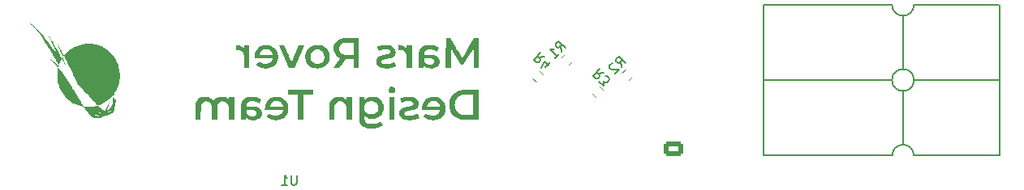
<source format=gbo>
G04 #@! TF.GenerationSoftware,KiCad,Pcbnew,(6.0.8)*
G04 #@! TF.CreationDate,2022-11-19T16:18:39-06:00*
G04 #@! TF.ProjectId,NavBoard_Hardware,4e617642-6f61-4726-945f-486172647761,rev?*
G04 #@! TF.SameCoordinates,Original*
G04 #@! TF.FileFunction,Legend,Bot*
G04 #@! TF.FilePolarity,Positive*
%FSLAX46Y46*%
G04 Gerber Fmt 4.6, Leading zero omitted, Abs format (unit mm)*
G04 Created by KiCad (PCBNEW (6.0.8)) date 2022-11-19 16:18:39*
%MOMM*%
%LPD*%
G01*
G04 APERTURE LIST*
G04 Aperture macros list*
%AMRoundRect*
0 Rectangle with rounded corners*
0 $1 Rounding radius*
0 $2 $3 $4 $5 $6 $7 $8 $9 X,Y pos of 4 corners*
0 Add a 4 corners polygon primitive as box body*
4,1,4,$2,$3,$4,$5,$6,$7,$8,$9,$2,$3,0*
0 Add four circle primitives for the rounded corners*
1,1,$1+$1,$2,$3*
1,1,$1+$1,$4,$5*
1,1,$1+$1,$6,$7*
1,1,$1+$1,$8,$9*
0 Add four rect primitives between the rounded corners*
20,1,$1+$1,$2,$3,$4,$5,0*
20,1,$1+$1,$4,$5,$6,$7,0*
20,1,$1+$1,$6,$7,$8,$9,0*
20,1,$1+$1,$8,$9,$2,$3,0*%
G04 Aperture macros list end*
%ADD10C,0.150000*%
%ADD11C,0.120000*%
%ADD12R,1.800000X1.800000*%
%ADD13C,1.800000*%
%ADD14C,6.000000*%
%ADD15C,3.000000*%
%ADD16RoundRect,0.250001X0.759999X-0.499999X0.759999X0.499999X-0.759999X0.499999X-0.759999X-0.499999X0*%
%ADD17O,2.020000X1.500000*%
%ADD18C,3.250000*%
%ADD19RoundRect,0.250500X-0.499500X0.499500X-0.499500X-0.499500X0.499500X-0.499500X0.499500X0.499500X0*%
%ADD20C,1.500000*%
%ADD21C,2.500000*%
%ADD22RoundRect,0.237500X0.344715X-0.008839X-0.008839X0.344715X-0.344715X0.008839X0.008839X-0.344715X0*%
%ADD23R,1.600000X1.600000*%
%ADD24C,1.600000*%
%ADD25R,1.300000X1.300000*%
%ADD26C,1.300000*%
%ADD27RoundRect,0.237500X0.008839X0.344715X-0.344715X-0.008839X-0.008839X-0.344715X0.344715X0.008839X0*%
%ADD28C,5.080000*%
G04 APERTURE END LIST*
D10*
X180252031Y-96512267D02*
X179679611Y-96613282D01*
X179847970Y-96108206D02*
X179140863Y-96815312D01*
X179410237Y-97084687D01*
X179511252Y-97118358D01*
X179578596Y-97118358D01*
X179679611Y-97084687D01*
X179780626Y-96983671D01*
X179814298Y-96882656D01*
X179814298Y-96815312D01*
X179780626Y-96714297D01*
X179511252Y-96444923D01*
X179780626Y-97455076D02*
X180218359Y-97892809D01*
X180252031Y-97387732D01*
X180353046Y-97488748D01*
X180454062Y-97522419D01*
X180521405Y-97522419D01*
X180622420Y-97488748D01*
X180790779Y-97320389D01*
X180824451Y-97219374D01*
X180824451Y-97152030D01*
X180790779Y-97051015D01*
X180588749Y-96848984D01*
X180487733Y-96815312D01*
X180420390Y-96815312D01*
X148222104Y-107232380D02*
X148222104Y-108041904D01*
X148174485Y-108137142D01*
X148126866Y-108184761D01*
X148031628Y-108232380D01*
X147841152Y-108232380D01*
X147745914Y-108184761D01*
X147698295Y-108137142D01*
X147650676Y-108041904D01*
X147650676Y-107232380D01*
X146650676Y-108232380D02*
X147222104Y-108232380D01*
X146936390Y-108232380D02*
X146936390Y-107232380D01*
X147031628Y-107375238D01*
X147126866Y-107470476D01*
X147222104Y-107518095D01*
X182126569Y-95890867D02*
X182025554Y-95318447D01*
X182530630Y-95486806D02*
X181823524Y-94779699D01*
X181554149Y-95049073D01*
X181520478Y-95150088D01*
X181520478Y-95217432D01*
X181554149Y-95318447D01*
X181655165Y-95419462D01*
X181756180Y-95453134D01*
X181823524Y-95453134D01*
X181924539Y-95419462D01*
X182193913Y-95150088D01*
X181217432Y-95520478D02*
X181150088Y-95520478D01*
X181049073Y-95554149D01*
X180880714Y-95722508D01*
X180847043Y-95823524D01*
X180847043Y-95890867D01*
X180880714Y-95991882D01*
X180948058Y-96059226D01*
X181082745Y-96126569D01*
X181890867Y-96126569D01*
X181453134Y-96564302D01*
X175837732Y-94290867D02*
X175736717Y-93718447D01*
X176241793Y-93886806D02*
X175534687Y-93179699D01*
X175265312Y-93449073D01*
X175231641Y-93550088D01*
X175231641Y-93617432D01*
X175265312Y-93718447D01*
X175366328Y-93819462D01*
X175467343Y-93853134D01*
X175534687Y-93853134D01*
X175635702Y-93819462D01*
X175905076Y-93550088D01*
X175164297Y-94964302D02*
X175568358Y-94560241D01*
X175366328Y-94762272D02*
X174659221Y-94055165D01*
X174827580Y-94088837D01*
X174962267Y-94088837D01*
X175063282Y-94055165D01*
X174052030Y-94812267D02*
X173479610Y-94913282D01*
X173647969Y-94408206D02*
X172940862Y-95115312D01*
X173210236Y-95384687D01*
X173311251Y-95418358D01*
X173378595Y-95418358D01*
X173479610Y-95384687D01*
X173580625Y-95283671D01*
X173614297Y-95182656D01*
X173614297Y-95115312D01*
X173580625Y-95014297D01*
X173311251Y-94744923D01*
X174186717Y-95889763D02*
X174658122Y-95418358D01*
X173748984Y-95990778D02*
X174085702Y-95317343D01*
X174523435Y-95755076D01*
G36*
X163743748Y-100238858D02*
G01*
X163743550Y-100263679D01*
X163735716Y-100415203D01*
X163715065Y-100548045D01*
X163679512Y-100672173D01*
X163626974Y-100797555D01*
X163581000Y-100881282D01*
X163487794Y-101010081D01*
X163374834Y-101130113D01*
X163249404Y-101233971D01*
X163118790Y-101314247D01*
X163098598Y-101324066D01*
X162994381Y-101366868D01*
X162875165Y-101406009D01*
X162754684Y-101437345D01*
X162646673Y-101456730D01*
X162596257Y-101462278D01*
X162389662Y-101470388D01*
X162191583Y-101454894D01*
X162005401Y-101416669D01*
X161834501Y-101356587D01*
X161682267Y-101275521D01*
X161552082Y-101174343D01*
X161453129Y-101081334D01*
X161749525Y-100741376D01*
X161828966Y-100804627D01*
X161920495Y-100868817D01*
X162066665Y-100939916D01*
X162225782Y-100982192D01*
X162398893Y-100995998D01*
X162467842Y-100993947D01*
X162633334Y-100971280D01*
X162780995Y-100924296D01*
X162909386Y-100853906D01*
X163017068Y-100761020D01*
X163102601Y-100646551D01*
X163164545Y-100511409D01*
X163179632Y-100466671D01*
X163192014Y-100428500D01*
X163196767Y-100411754D01*
X163182128Y-100410797D01*
X163138300Y-100409868D01*
X163068033Y-100409011D01*
X162974093Y-100408242D01*
X162859244Y-100407578D01*
X162726250Y-100407033D01*
X162577876Y-100406624D01*
X162416886Y-100406367D01*
X162246046Y-100406278D01*
X161295324Y-100406278D01*
X161303321Y-100179065D01*
X161305350Y-100130277D01*
X161312245Y-100039549D01*
X161821969Y-100039549D01*
X163199301Y-100039549D01*
X163188742Y-99987728D01*
X163164001Y-99908041D01*
X163122164Y-99817782D01*
X163070203Y-99730905D01*
X163014823Y-99660043D01*
X162996847Y-99641637D01*
X162890042Y-99557892D01*
X162768351Y-99498314D01*
X162636813Y-99462948D01*
X162500467Y-99451841D01*
X162364350Y-99465037D01*
X162233501Y-99502583D01*
X162112959Y-99564525D01*
X162007761Y-99650907D01*
X162001048Y-99657998D01*
X161945886Y-99728956D01*
X161895150Y-99814194D01*
X161855205Y-99901773D01*
X161832415Y-99979756D01*
X161821969Y-100039549D01*
X161312245Y-100039549D01*
X161314664Y-100007725D01*
X161331098Y-99903455D01*
X161357136Y-99807541D01*
X161395263Y-99710054D01*
X161447963Y-99601068D01*
X161468081Y-99564800D01*
X161545256Y-99453994D01*
X161641586Y-99346009D01*
X161748524Y-99249754D01*
X161857523Y-99174137D01*
X161859837Y-99172796D01*
X162022409Y-99096286D01*
X162200721Y-99043642D01*
X162388894Y-99015358D01*
X162581048Y-99011931D01*
X162771306Y-99033857D01*
X162953788Y-99081632D01*
X162998169Y-99097577D01*
X163109792Y-99145764D01*
X163208733Y-99203427D01*
X163304481Y-99276643D01*
X163406528Y-99371488D01*
X163446068Y-99411413D01*
X163501295Y-99471620D01*
X163543346Y-99526381D01*
X163579334Y-99585428D01*
X163616378Y-99658494D01*
X163619544Y-99665121D01*
X163670911Y-99781611D01*
X163706662Y-99886513D01*
X163729151Y-99990543D01*
X163734134Y-100039549D01*
X163740729Y-100104419D01*
X163743748Y-100238858D01*
G37*
G36*
X147352536Y-100238858D02*
G01*
X147352338Y-100263679D01*
X147344505Y-100415203D01*
X147323853Y-100548045D01*
X147288300Y-100672173D01*
X147235763Y-100797555D01*
X147189788Y-100881282D01*
X147096583Y-101010081D01*
X146983622Y-101130113D01*
X146858192Y-101233971D01*
X146727578Y-101314247D01*
X146707387Y-101324066D01*
X146603170Y-101366868D01*
X146483954Y-101406009D01*
X146363473Y-101437345D01*
X146255461Y-101456730D01*
X146205045Y-101462278D01*
X145998451Y-101470388D01*
X145800371Y-101454894D01*
X145614189Y-101416669D01*
X145443290Y-101356587D01*
X145291056Y-101275521D01*
X145160870Y-101174343D01*
X145061917Y-101081334D01*
X145210116Y-100911355D01*
X145358314Y-100741376D01*
X145437754Y-100804627D01*
X145529284Y-100868817D01*
X145675454Y-100939916D01*
X145834570Y-100982192D01*
X146007681Y-100995998D01*
X146076631Y-100993947D01*
X146242122Y-100971280D01*
X146389783Y-100924296D01*
X146518175Y-100853906D01*
X146625856Y-100761020D01*
X146711389Y-100646551D01*
X146773333Y-100511409D01*
X146788420Y-100466671D01*
X146800802Y-100428500D01*
X146805555Y-100411754D01*
X146790917Y-100410797D01*
X146747088Y-100409868D01*
X146676822Y-100409011D01*
X146582882Y-100408242D01*
X146468032Y-100407578D01*
X146335038Y-100407033D01*
X146186664Y-100406624D01*
X146025675Y-100406367D01*
X145854834Y-100406278D01*
X144904113Y-100406278D01*
X144912110Y-100179065D01*
X144914138Y-100130277D01*
X144921033Y-100039549D01*
X145430757Y-100039549D01*
X146808089Y-100039549D01*
X146797530Y-99987728D01*
X146772789Y-99908041D01*
X146730953Y-99817782D01*
X146678992Y-99730905D01*
X146623611Y-99660043D01*
X146605636Y-99641637D01*
X146498830Y-99557892D01*
X146377139Y-99498314D01*
X146245602Y-99462948D01*
X146109255Y-99451841D01*
X145973138Y-99465037D01*
X145842289Y-99502583D01*
X145721747Y-99564525D01*
X145616549Y-99650907D01*
X145609836Y-99657998D01*
X145554675Y-99728956D01*
X145503939Y-99814194D01*
X145463993Y-99901773D01*
X145441203Y-99979756D01*
X145430757Y-100039549D01*
X144921033Y-100039549D01*
X144923452Y-100007725D01*
X144939886Y-99903455D01*
X144965925Y-99807541D01*
X145004052Y-99710054D01*
X145056751Y-99601068D01*
X145076870Y-99564800D01*
X145154045Y-99453994D01*
X145250375Y-99346009D01*
X145357313Y-99249754D01*
X145466312Y-99174137D01*
X145468625Y-99172796D01*
X145631198Y-99096286D01*
X145809510Y-99043642D01*
X145997682Y-99015358D01*
X146189836Y-99011931D01*
X146380094Y-99033857D01*
X146562577Y-99081632D01*
X146606957Y-99097577D01*
X146718581Y-99145764D01*
X146817521Y-99203427D01*
X146913269Y-99276643D01*
X147015317Y-99371488D01*
X147054856Y-99411413D01*
X147110084Y-99471620D01*
X147152134Y-99526381D01*
X147188123Y-99585428D01*
X147225166Y-99658494D01*
X147228333Y-99665121D01*
X147279699Y-99781611D01*
X147315450Y-99886513D01*
X147337939Y-99990543D01*
X147342922Y-100039549D01*
X147349517Y-100104419D01*
X147352536Y-100238858D01*
G37*
G36*
X166397677Y-101438081D02*
G01*
X166248850Y-101436763D01*
X166071783Y-101434898D01*
X165921103Y-101432700D01*
X165793638Y-101429898D01*
X165686216Y-101426219D01*
X165595667Y-101421393D01*
X165518820Y-101415146D01*
X165452502Y-101407208D01*
X165393542Y-101397305D01*
X165338769Y-101385166D01*
X165285011Y-101370520D01*
X165229097Y-101353093D01*
X165167857Y-101332615D01*
X165002983Y-101266862D01*
X164811422Y-101162634D01*
X164639636Y-101036211D01*
X164489746Y-100889448D01*
X164363874Y-100724201D01*
X164264141Y-100542324D01*
X164216749Y-100423051D01*
X164162259Y-100222114D01*
X164132725Y-100011099D01*
X164129597Y-99864156D01*
X164712073Y-99864156D01*
X164713417Y-99931829D01*
X164729423Y-100087455D01*
X164765262Y-100229978D01*
X164823141Y-100369441D01*
X164885482Y-100477802D01*
X164993523Y-100612273D01*
X165124472Y-100726091D01*
X165276567Y-100818041D01*
X165448050Y-100886909D01*
X165637161Y-100931481D01*
X165639280Y-100931810D01*
X165684395Y-100936159D01*
X165755752Y-100940076D01*
X165848090Y-100943404D01*
X165956147Y-100945986D01*
X166074660Y-100947663D01*
X166198368Y-100948279D01*
X166656779Y-100948400D01*
X166656779Y-98779913D01*
X166198368Y-98780033D01*
X166189293Y-98780039D01*
X166065786Y-98780737D01*
X165947857Y-98782486D01*
X165840768Y-98785127D01*
X165749780Y-98788504D01*
X165680157Y-98792458D01*
X165637161Y-98796832D01*
X165499961Y-98826243D01*
X165323301Y-98888345D01*
X165165529Y-98973873D01*
X165028406Y-99081614D01*
X164913690Y-99210351D01*
X164823141Y-99358871D01*
X164797373Y-99414538D01*
X164748512Y-99554014D01*
X164720815Y-99700539D01*
X164712073Y-99864156D01*
X164129597Y-99864156D01*
X164128146Y-99795993D01*
X164148522Y-99582782D01*
X164193854Y-99377451D01*
X164264141Y-99185988D01*
X164341171Y-99040197D01*
X164461844Y-98871381D01*
X164606971Y-98720667D01*
X164774430Y-98589912D01*
X164962099Y-98480970D01*
X165167857Y-98395698D01*
X165213522Y-98380336D01*
X165270538Y-98362128D01*
X165324558Y-98346771D01*
X165378753Y-98333994D01*
X165436295Y-98323526D01*
X165500355Y-98315093D01*
X165574104Y-98308425D01*
X165660715Y-98303249D01*
X165763357Y-98299293D01*
X165885203Y-98296285D01*
X166029424Y-98293953D01*
X166199192Y-98292026D01*
X166397677Y-98290231D01*
X167230791Y-98283144D01*
X167230791Y-101445168D01*
X166397677Y-101438081D01*
G37*
G36*
X146988536Y-93785217D02*
G01*
X147006341Y-93826277D01*
X147037536Y-93898280D01*
X147078336Y-93992493D01*
X147127093Y-94105110D01*
X147182159Y-94232324D01*
X147241886Y-94370330D01*
X147304627Y-94515322D01*
X147368735Y-94663492D01*
X147372870Y-94673050D01*
X147433886Y-94813444D01*
X147491277Y-94944403D01*
X147543764Y-95063088D01*
X147590071Y-95166660D01*
X147628920Y-95252280D01*
X147659035Y-95317108D01*
X147679137Y-95358306D01*
X147687950Y-95373034D01*
X147696197Y-95359513D01*
X147715613Y-95319062D01*
X147745067Y-95254214D01*
X147783452Y-95167506D01*
X147829661Y-95061478D01*
X147882589Y-94938667D01*
X147941130Y-94801613D01*
X148004177Y-94652853D01*
X148070624Y-94494925D01*
X148439893Y-93614144D01*
X148730490Y-93613977D01*
X149021087Y-93613811D01*
X149007246Y-93649687D01*
X149005444Y-93654170D01*
X148992148Y-93685916D01*
X148967956Y-93742902D01*
X148934043Y-93822402D01*
X148891582Y-93921687D01*
X148841745Y-94038030D01*
X148785707Y-94168705D01*
X148724641Y-94310983D01*
X148659719Y-94462137D01*
X148592116Y-94619441D01*
X148523004Y-94780166D01*
X148453557Y-94941584D01*
X148384948Y-95100970D01*
X148318351Y-95255595D01*
X148254938Y-95402732D01*
X148195883Y-95539653D01*
X148142360Y-95663632D01*
X148095541Y-95771940D01*
X148056600Y-95861850D01*
X148026710Y-95930636D01*
X148007044Y-95975569D01*
X147998777Y-95993923D01*
X147994207Y-96000822D01*
X147982791Y-96008990D01*
X147962051Y-96014551D01*
X147927477Y-96017861D01*
X147874558Y-96019275D01*
X147798782Y-96019149D01*
X147695638Y-96017840D01*
X147407312Y-96013497D01*
X146892731Y-94813654D01*
X146378151Y-93613811D01*
X146914147Y-93613811D01*
X146988536Y-93785217D01*
G37*
G36*
X163123006Y-95457375D02*
G01*
X163118382Y-95503920D01*
X163109503Y-95541873D01*
X163094987Y-95579387D01*
X163073456Y-95624612D01*
X163053838Y-95661435D01*
X162969603Y-95776572D01*
X162860517Y-95873248D01*
X162728118Y-95950510D01*
X162573943Y-96007402D01*
X162399529Y-96042970D01*
X162381449Y-96044578D01*
X162328425Y-96046270D01*
X162259278Y-96046165D01*
X162184275Y-96044205D01*
X162089115Y-96037924D01*
X161931749Y-96012938D01*
X161795486Y-95969346D01*
X161676235Y-95905659D01*
X161569904Y-95820387D01*
X161474733Y-95729610D01*
X161474733Y-96021469D01*
X160946271Y-96021469D01*
X160952480Y-95196328D01*
X160952567Y-95184794D01*
X160953071Y-95119930D01*
X161506623Y-95119930D01*
X161507717Y-95183408D01*
X161513134Y-95240949D01*
X161524926Y-95286908D01*
X161545107Y-95332389D01*
X161586110Y-95398524D01*
X161671590Y-95489643D01*
X161779078Y-95562409D01*
X161904149Y-95613358D01*
X161951467Y-95623434D01*
X162026367Y-95632142D01*
X162110939Y-95636801D01*
X162194894Y-95637152D01*
X162267946Y-95632933D01*
X162319805Y-95623885D01*
X162364069Y-95607416D01*
X162424382Y-95578202D01*
X162478034Y-95545858D01*
X162513206Y-95516920D01*
X162524231Y-95503547D01*
X162569219Y-95422178D01*
X162589917Y-95330694D01*
X162585319Y-95237960D01*
X162554422Y-95152840D01*
X162537232Y-95126612D01*
X162492045Y-95082259D01*
X162424330Y-95041226D01*
X162330156Y-94993032D01*
X161918389Y-94987855D01*
X161506623Y-94982678D01*
X161506623Y-95119930D01*
X160953071Y-95119930D01*
X160953982Y-95002797D01*
X160955338Y-94849571D01*
X160956768Y-94722171D01*
X160958403Y-94617652D01*
X160960374Y-94533068D01*
X160962812Y-94465473D01*
X160965848Y-94411921D01*
X160969615Y-94369467D01*
X160974244Y-94335165D01*
X160979866Y-94306070D01*
X160986612Y-94279235D01*
X160994613Y-94251715D01*
X161013619Y-94193063D01*
X161069033Y-94063297D01*
X161139119Y-93952743D01*
X161228803Y-93853019D01*
X161310095Y-93783532D01*
X161424993Y-93710884D01*
X161554323Y-93656517D01*
X161701664Y-93619311D01*
X161870593Y-93598150D01*
X162064689Y-93591915D01*
X162244363Y-93598068D01*
X162429568Y-93619050D01*
X162599209Y-93656058D01*
X162760335Y-93710293D01*
X162770338Y-93714358D01*
X162833859Y-93743102D01*
X162904239Y-93778693D01*
X162972464Y-93816210D01*
X163029521Y-93850734D01*
X163066398Y-93877346D01*
X163060873Y-93891123D01*
X163043317Y-93926920D01*
X163016933Y-93978610D01*
X162984943Y-94040081D01*
X162950575Y-94105222D01*
X162917051Y-94167922D01*
X162887597Y-94222068D01*
X162865439Y-94261549D01*
X162853800Y-94280253D01*
X162844645Y-94277278D01*
X162815530Y-94260681D01*
X162774130Y-94233919D01*
X162713898Y-94197856D01*
X162595479Y-94143926D01*
X162460195Y-94099089D01*
X162317235Y-94066707D01*
X162283821Y-94061331D01*
X162116662Y-94048595D01*
X161962459Y-94061077D01*
X161823896Y-94098371D01*
X161703654Y-94160068D01*
X161637030Y-94220018D01*
X161577923Y-94306238D01*
X161534907Y-94407962D01*
X161512235Y-94517256D01*
X161502377Y-94615490D01*
X161986828Y-94622302D01*
X162021531Y-94622806D01*
X162172131Y-94625605D01*
X162296117Y-94629456D01*
X162397864Y-94635005D01*
X162481747Y-94642893D01*
X162552138Y-94653767D01*
X162613413Y-94668269D01*
X162669947Y-94687043D01*
X162726112Y-94710734D01*
X162786284Y-94739985D01*
X162865605Y-94789448D01*
X162952220Y-94863036D01*
X163027211Y-94946727D01*
X163081052Y-95031112D01*
X163092598Y-95055240D01*
X163107468Y-95091812D01*
X163116944Y-95128707D01*
X163122228Y-95173816D01*
X163124519Y-95235029D01*
X163125015Y-95320235D01*
X163124978Y-95330694D01*
X163124756Y-95394089D01*
X163123006Y-95457375D01*
G37*
G36*
X152727679Y-99016846D02*
G01*
X152848170Y-99028782D01*
X152949078Y-99048489D01*
X153013595Y-99068067D01*
X153146685Y-99122531D01*
X153266232Y-99190381D01*
X153363178Y-99266843D01*
X153438575Y-99339090D01*
X153438575Y-99035029D01*
X153980697Y-99035029D01*
X153980697Y-101442687D01*
X153422630Y-101442687D01*
X153422510Y-100800911D01*
X153422484Y-100768817D01*
X153421885Y-100624532D01*
X153420562Y-100487543D01*
X153418605Y-100361948D01*
X153416104Y-100251847D01*
X153413147Y-100161338D01*
X153409826Y-100094521D01*
X153406228Y-100055493D01*
X153405724Y-100052311D01*
X153370470Y-99918126D01*
X153311477Y-99795292D01*
X153232262Y-99688570D01*
X153136340Y-99602717D01*
X153027226Y-99542492D01*
X152994558Y-99530352D01*
X152949640Y-99518048D01*
X152898844Y-99510599D01*
X152833509Y-99506878D01*
X152744978Y-99505759D01*
X152661537Y-99506313D01*
X152598740Y-99509133D01*
X152551924Y-99515311D01*
X152513009Y-99525926D01*
X152473917Y-99542062D01*
X152375756Y-99601490D01*
X152288013Y-99688990D01*
X152222404Y-99797606D01*
X152180922Y-99924734D01*
X152178583Y-99939231D01*
X152173875Y-99994765D01*
X152169993Y-100081324D01*
X152166951Y-100198316D01*
X152164762Y-100345147D01*
X152163438Y-100521225D01*
X152162994Y-100725958D01*
X152162994Y-101442687D01*
X151603111Y-101442687D01*
X151608485Y-100609574D01*
X151608899Y-100545643D01*
X151610084Y-100371102D01*
X151611257Y-100224604D01*
X151612546Y-100103252D01*
X151614082Y-100004150D01*
X151615994Y-99924403D01*
X151618412Y-99861115D01*
X151621466Y-99811389D01*
X151625285Y-99772330D01*
X151630000Y-99741042D01*
X151635739Y-99714630D01*
X151642634Y-99690196D01*
X151650813Y-99664847D01*
X151689726Y-99562294D01*
X151771604Y-99408475D01*
X151873641Y-99279341D01*
X151995800Y-99174929D01*
X152138043Y-99095276D01*
X152300331Y-99040419D01*
X152358038Y-99029019D01*
X152471679Y-99016828D01*
X152598537Y-99012816D01*
X152727679Y-99016846D01*
G37*
G36*
X158959447Y-93591962D02*
G01*
X158977453Y-93593660D01*
X159165491Y-93624866D01*
X159331493Y-93678645D01*
X159475184Y-93754884D01*
X159596291Y-93853470D01*
X159688920Y-93946100D01*
X159688920Y-93613811D01*
X160231042Y-93613811D01*
X160231042Y-96021469D01*
X159675119Y-96021469D01*
X159669429Y-95339831D01*
X159668540Y-95236091D01*
X159667099Y-95087342D01*
X159665562Y-94965270D01*
X159663765Y-94866621D01*
X159661544Y-94788140D01*
X159658737Y-94726574D01*
X159655180Y-94678668D01*
X159650708Y-94641168D01*
X159645160Y-94610821D01*
X159638370Y-94584372D01*
X159630177Y-94558568D01*
X159629421Y-94556332D01*
X159568954Y-94418744D01*
X159489485Y-94306606D01*
X159390704Y-94219704D01*
X159272302Y-94157826D01*
X159133967Y-94120758D01*
X158975392Y-94108288D01*
X158843848Y-94108098D01*
X158843848Y-93581699D01*
X158959447Y-93591962D01*
G37*
G36*
X151645689Y-95033664D02*
G01*
X151623434Y-95149226D01*
X151593609Y-95245355D01*
X151515014Y-95422980D01*
X151412029Y-95580979D01*
X151285959Y-95718244D01*
X151138110Y-95833665D01*
X150969787Y-95926136D01*
X150782294Y-95994547D01*
X150576937Y-96037791D01*
X150499702Y-96044705D01*
X150383876Y-96045792D01*
X150258586Y-96039007D01*
X150135603Y-96025058D01*
X150026694Y-96004655D01*
X149891300Y-95964311D01*
X149715583Y-95884868D01*
X149557959Y-95780376D01*
X149420346Y-95652702D01*
X149304664Y-95503709D01*
X149212830Y-95335262D01*
X149146763Y-95149226D01*
X149122284Y-95021688D01*
X149111047Y-94876102D01*
X149111974Y-94807326D01*
X149672964Y-94807326D01*
X149677445Y-94925097D01*
X149692690Y-95023917D01*
X149721416Y-95115600D01*
X149766344Y-95211961D01*
X149775600Y-95228986D01*
X149859135Y-95346080D01*
X149964652Y-95441204D01*
X150089361Y-95512283D01*
X150230477Y-95557244D01*
X150358706Y-95573252D01*
X150505986Y-95564363D01*
X150645781Y-95526559D01*
X150774253Y-95460941D01*
X150887560Y-95368613D01*
X150929604Y-95323055D01*
X151005878Y-95214824D01*
X151058052Y-95094981D01*
X151087861Y-94958836D01*
X151097037Y-94801695D01*
X151096662Y-94775782D01*
X151079955Y-94618381D01*
X151037965Y-94479313D01*
X150969927Y-94356670D01*
X150875076Y-94248546D01*
X150791322Y-94180353D01*
X150669180Y-94113094D01*
X150534016Y-94073540D01*
X150382588Y-94060453D01*
X150243247Y-94072910D01*
X150102404Y-94114378D01*
X149975008Y-94183769D01*
X149863894Y-94279884D01*
X149779875Y-94388035D01*
X149719659Y-94510748D01*
X149684458Y-94648945D01*
X149672964Y-94806234D01*
X149672964Y-94807326D01*
X149111974Y-94807326D01*
X149113087Y-94724786D01*
X149128246Y-94579334D01*
X149156364Y-94451339D01*
X149172968Y-94398729D01*
X149226925Y-94262111D01*
X149293960Y-94141254D01*
X149380228Y-94024422D01*
X149386552Y-94016825D01*
X149518089Y-93884844D01*
X149671608Y-93775167D01*
X149845345Y-93688859D01*
X150037536Y-93626989D01*
X150124309Y-93609759D01*
X150276438Y-93593851D01*
X150437281Y-93591526D01*
X150594546Y-93602772D01*
X150735938Y-93627579D01*
X150874721Y-93669155D01*
X151053609Y-93749109D01*
X151212621Y-93853081D01*
X151350393Y-93979752D01*
X151465557Y-94127808D01*
X151556750Y-94295929D01*
X151622604Y-94482800D01*
X151627365Y-94501550D01*
X151648019Y-94622027D01*
X151657967Y-94758549D01*
X151657731Y-94801695D01*
X151657195Y-94899600D01*
X151645689Y-95033664D01*
G37*
G36*
X144579252Y-100878593D02*
G01*
X144574628Y-100925138D01*
X144565749Y-100963091D01*
X144551234Y-101000605D01*
X144529702Y-101045830D01*
X144510084Y-101082653D01*
X144425849Y-101197790D01*
X144316763Y-101294466D01*
X144184364Y-101371727D01*
X144030189Y-101428619D01*
X143855775Y-101464188D01*
X143837695Y-101465796D01*
X143784671Y-101467488D01*
X143715524Y-101467383D01*
X143640521Y-101465423D01*
X143545361Y-101459142D01*
X143387995Y-101434155D01*
X143251732Y-101390564D01*
X143132481Y-101326877D01*
X143026150Y-101241605D01*
X142930979Y-101150827D01*
X142930979Y-101442687D01*
X142402517Y-101442687D01*
X142408726Y-100617546D01*
X142408813Y-100606012D01*
X142409317Y-100541148D01*
X142962869Y-100541148D01*
X142963963Y-100604626D01*
X142969380Y-100662167D01*
X142981173Y-100708126D01*
X143001353Y-100753606D01*
X143042356Y-100819741D01*
X143127836Y-100910861D01*
X143235325Y-100983627D01*
X143360395Y-101034576D01*
X143407713Y-101044652D01*
X143482613Y-101053359D01*
X143567185Y-101058019D01*
X143651141Y-101058370D01*
X143724192Y-101054151D01*
X143776051Y-101045103D01*
X143820315Y-101028634D01*
X143880628Y-100999420D01*
X143934280Y-100967076D01*
X143969452Y-100938138D01*
X143980477Y-100924765D01*
X144025465Y-100843396D01*
X144046163Y-100751912D01*
X144041565Y-100659178D01*
X144010669Y-100574057D01*
X143993479Y-100547830D01*
X143948291Y-100503477D01*
X143880576Y-100462444D01*
X143786402Y-100414250D01*
X143374636Y-100409073D01*
X142962869Y-100403896D01*
X142962869Y-100541148D01*
X142409317Y-100541148D01*
X142410228Y-100424015D01*
X142411584Y-100270789D01*
X142413014Y-100143389D01*
X142414649Y-100038870D01*
X142416620Y-99954286D01*
X142419058Y-99886691D01*
X142422095Y-99833139D01*
X142425862Y-99790685D01*
X142430490Y-99756383D01*
X142436112Y-99727287D01*
X142442858Y-99700453D01*
X142450859Y-99672933D01*
X142469866Y-99614281D01*
X142525279Y-99484514D01*
X142595365Y-99373961D01*
X142685049Y-99274237D01*
X142766341Y-99204750D01*
X142881239Y-99132102D01*
X143010569Y-99077734D01*
X143157910Y-99040529D01*
X143326839Y-99019368D01*
X143520935Y-99013133D01*
X143700609Y-99019286D01*
X143885814Y-99040267D01*
X144055455Y-99077276D01*
X144216581Y-99131511D01*
X144226585Y-99135576D01*
X144290106Y-99164320D01*
X144360485Y-99199911D01*
X144428710Y-99237428D01*
X144485767Y-99271952D01*
X144522644Y-99298564D01*
X144517119Y-99312340D01*
X144499563Y-99348137D01*
X144473179Y-99399827D01*
X144441190Y-99461299D01*
X144406821Y-99526440D01*
X144373297Y-99589140D01*
X144343843Y-99643286D01*
X144321685Y-99682767D01*
X144310046Y-99701471D01*
X144300891Y-99698496D01*
X144271777Y-99681899D01*
X144230376Y-99655137D01*
X144170144Y-99619074D01*
X144051725Y-99565143D01*
X143916441Y-99520306D01*
X143773481Y-99487925D01*
X143740067Y-99482549D01*
X143572908Y-99469812D01*
X143418706Y-99482295D01*
X143280142Y-99519589D01*
X143159901Y-99581285D01*
X143093276Y-99641235D01*
X143034169Y-99727456D01*
X142991153Y-99829180D01*
X142968481Y-99938474D01*
X142958623Y-100036708D01*
X143443075Y-100043520D01*
X143477777Y-100044024D01*
X143628377Y-100046823D01*
X143752363Y-100050674D01*
X143854110Y-100056222D01*
X143937993Y-100064111D01*
X144008384Y-100074985D01*
X144069659Y-100089486D01*
X144126193Y-100108261D01*
X144182358Y-100131951D01*
X144242531Y-100161202D01*
X144321851Y-100210666D01*
X144408466Y-100284254D01*
X144483457Y-100367945D01*
X144537298Y-100452330D01*
X144548844Y-100476458D01*
X144563714Y-100513030D01*
X144573191Y-100549925D01*
X144578474Y-100595034D01*
X144580765Y-100656247D01*
X144581262Y-100741453D01*
X144581225Y-100751912D01*
X144581002Y-100815307D01*
X144579252Y-100878593D01*
G37*
G36*
X158224481Y-97976927D02*
G01*
X158319306Y-98011491D01*
X158396454Y-98068120D01*
X158452658Y-98143418D01*
X158484653Y-98233990D01*
X158489174Y-98336439D01*
X158486218Y-98358300D01*
X158455623Y-98447529D01*
X158399771Y-98524819D01*
X158323718Y-98584559D01*
X158232522Y-98621141D01*
X158171153Y-98631020D01*
X158073283Y-98626671D01*
X157985002Y-98599219D01*
X157908981Y-98552516D01*
X157847888Y-98490411D01*
X157804394Y-98416753D01*
X157781168Y-98335394D01*
X157780879Y-98250182D01*
X157806198Y-98164969D01*
X157859793Y-98083603D01*
X157934873Y-98018926D01*
X158025933Y-97980136D01*
X158134306Y-97967430D01*
X158224481Y-97976927D01*
G37*
G36*
X142010169Y-93591962D02*
G01*
X142028175Y-93593660D01*
X142216213Y-93624866D01*
X142382215Y-93678645D01*
X142525906Y-93754884D01*
X142647013Y-93853470D01*
X142739642Y-93946100D01*
X142739642Y-93613811D01*
X143281764Y-93613811D01*
X143281764Y-96021469D01*
X142725841Y-96021469D01*
X142720151Y-95339831D01*
X142719262Y-95236091D01*
X142717821Y-95087342D01*
X142716284Y-94965270D01*
X142714487Y-94866621D01*
X142712266Y-94788140D01*
X142709459Y-94726574D01*
X142705902Y-94678668D01*
X142701430Y-94641168D01*
X142695882Y-94610821D01*
X142689092Y-94584372D01*
X142680899Y-94558568D01*
X142680142Y-94556332D01*
X142619676Y-94418744D01*
X142540207Y-94306606D01*
X142441426Y-94219704D01*
X142323024Y-94157826D01*
X142184689Y-94120758D01*
X142026114Y-94108288D01*
X141894570Y-94108098D01*
X141894570Y-93581699D01*
X142010169Y-93591962D01*
G37*
G36*
X138848250Y-99022762D02*
G01*
X139011979Y-99061519D01*
X139168669Y-99121700D01*
X139314203Y-99203234D01*
X139444464Y-99306045D01*
X139544271Y-99399410D01*
X139604417Y-99325241D01*
X139653070Y-99270756D01*
X139773017Y-99170584D01*
X139912548Y-99093242D01*
X140068766Y-99039854D01*
X140238775Y-99011540D01*
X140419680Y-99009423D01*
X140603773Y-99033293D01*
X140775483Y-99082145D01*
X140928782Y-99154917D01*
X141061456Y-99250776D01*
X141145166Y-99324507D01*
X141145166Y-99035029D01*
X141687288Y-99035029D01*
X141687288Y-101442687D01*
X141131306Y-101442687D01*
X141125682Y-100737132D01*
X141124530Y-100597898D01*
X141123127Y-100451899D01*
X141121605Y-100332038D01*
X141119811Y-100235136D01*
X141117588Y-100158011D01*
X141114784Y-100097484D01*
X141111243Y-100050374D01*
X141106811Y-100013500D01*
X141101334Y-99983682D01*
X141094657Y-99957740D01*
X141086627Y-99932492D01*
X141045759Y-99829777D01*
X140976962Y-99712916D01*
X140891970Y-99622833D01*
X140789133Y-99558261D01*
X140666800Y-99517935D01*
X140523321Y-99500588D01*
X140516064Y-99500301D01*
X140438379Y-99498836D01*
X140380098Y-99502382D01*
X140329828Y-99512290D01*
X140276177Y-99529912D01*
X140230298Y-99550093D01*
X140133572Y-99615975D01*
X140053287Y-99704581D01*
X139995062Y-99810307D01*
X139986447Y-99832148D01*
X139979195Y-99853299D01*
X139973216Y-99876589D01*
X139968366Y-99904994D01*
X139964496Y-99941488D01*
X139961461Y-99989047D01*
X139959114Y-100050646D01*
X139957310Y-100129259D01*
X139955900Y-100227861D01*
X139954740Y-100349427D01*
X139953682Y-100496933D01*
X139952580Y-100673353D01*
X139947879Y-101442687D01*
X139393327Y-101442687D01*
X139387703Y-100737132D01*
X139386551Y-100597898D01*
X139385148Y-100451899D01*
X139383627Y-100332038D01*
X139381832Y-100235136D01*
X139379609Y-100158011D01*
X139376805Y-100097484D01*
X139373264Y-100050374D01*
X139368832Y-100013500D01*
X139363355Y-99983682D01*
X139356679Y-99957740D01*
X139348648Y-99932492D01*
X139307781Y-99829777D01*
X139238984Y-99712916D01*
X139153992Y-99622833D01*
X139051155Y-99558261D01*
X138928822Y-99517935D01*
X138785342Y-99500588D01*
X138778085Y-99500301D01*
X138700400Y-99498836D01*
X138642119Y-99502382D01*
X138591850Y-99512290D01*
X138538198Y-99529912D01*
X138492320Y-99550093D01*
X138395593Y-99615975D01*
X138315308Y-99704581D01*
X138257083Y-99810307D01*
X138248468Y-99832148D01*
X138241216Y-99853299D01*
X138235238Y-99876589D01*
X138230387Y-99904994D01*
X138226517Y-99941488D01*
X138223482Y-99989047D01*
X138221136Y-100050646D01*
X138219331Y-100129259D01*
X138217922Y-100227861D01*
X138216761Y-100349427D01*
X138215703Y-100496933D01*
X138214602Y-100673353D01*
X138209900Y-101442687D01*
X137651685Y-101442687D01*
X137657127Y-100609574D01*
X137657388Y-100569617D01*
X137658609Y-100391156D01*
X137659810Y-100241064D01*
X137661118Y-100116417D01*
X137662662Y-100014289D01*
X137664571Y-99931755D01*
X137666973Y-99865890D01*
X137669997Y-99813769D01*
X137673770Y-99772465D01*
X137678420Y-99739054D01*
X137684078Y-99710611D01*
X137690870Y-99684210D01*
X137698924Y-99656926D01*
X137721568Y-99588354D01*
X137770356Y-99475719D01*
X137832355Y-99376477D01*
X137914427Y-99278578D01*
X137948652Y-99244297D01*
X138068144Y-99152948D01*
X138205302Y-99083469D01*
X138356010Y-99035785D01*
X138516148Y-99009821D01*
X138681601Y-99005505D01*
X138848250Y-99022762D01*
G37*
G36*
X149978562Y-98779913D02*
G01*
X148942153Y-98779913D01*
X148942153Y-101442687D01*
X148368142Y-101442687D01*
X148368142Y-98779913D01*
X147315788Y-98779913D01*
X147315788Y-98285625D01*
X149978562Y-98285625D01*
X149978562Y-98779913D01*
G37*
G36*
X167230791Y-96021469D02*
G01*
X166672957Y-96021469D01*
X166668854Y-94993718D01*
X166664752Y-93965967D01*
X166152052Y-94806367D01*
X165639352Y-95646768D01*
X165370576Y-95655904D01*
X164871507Y-94822208D01*
X164868073Y-94816472D01*
X164778818Y-94667598D01*
X164694047Y-94526606D01*
X164615241Y-94395934D01*
X164543881Y-94278021D01*
X164481449Y-94175304D01*
X164429428Y-94090223D01*
X164389298Y-94025213D01*
X164362542Y-93982715D01*
X164350641Y-93965165D01*
X164347608Y-93963605D01*
X164343612Y-93969102D01*
X164340208Y-93985804D01*
X164337350Y-94015779D01*
X164334994Y-94061097D01*
X164333097Y-94123825D01*
X164331613Y-94206032D01*
X164330498Y-94309786D01*
X164329708Y-94437156D01*
X164329199Y-94590210D01*
X164328926Y-94771016D01*
X164328845Y-94981643D01*
X164328845Y-96021469D01*
X163765542Y-96021469D01*
X163776119Y-94957157D01*
X163777963Y-94763754D01*
X163779760Y-94559411D01*
X163781416Y-94354794D01*
X163782903Y-94154497D01*
X163784190Y-93963115D01*
X163785244Y-93785243D01*
X163786036Y-93625474D01*
X163786535Y-93488403D01*
X163786710Y-93378626D01*
X163786723Y-92864407D01*
X164021908Y-92864524D01*
X164257093Y-92864640D01*
X164870967Y-93908323D01*
X164883095Y-93928940D01*
X164980769Y-94094784D01*
X165073646Y-94252143D01*
X165160465Y-94398903D01*
X165239968Y-94532950D01*
X165310895Y-94652170D01*
X165371987Y-94754450D01*
X165421984Y-94837677D01*
X165459627Y-94899737D01*
X165483656Y-94938515D01*
X165492812Y-94951900D01*
X165493111Y-94951675D01*
X165504383Y-94934978D01*
X165530584Y-94893284D01*
X165570438Y-94828695D01*
X165622668Y-94743314D01*
X165685997Y-94639241D01*
X165759148Y-94518580D01*
X165840846Y-94383432D01*
X165929811Y-94235900D01*
X166024769Y-94078084D01*
X166124442Y-93912087D01*
X166748100Y-92872380D01*
X166989445Y-92867978D01*
X167230791Y-92863577D01*
X167230791Y-96021469D01*
G37*
G36*
X146268293Y-94817640D02*
G01*
X146268095Y-94842461D01*
X146260261Y-94993986D01*
X146239609Y-95126828D01*
X146204057Y-95250955D01*
X146151519Y-95376337D01*
X146105544Y-95460064D01*
X146012339Y-95588863D01*
X145899379Y-95708896D01*
X145773949Y-95812753D01*
X145643335Y-95893030D01*
X145623143Y-95902849D01*
X145518926Y-95945650D01*
X145399710Y-95984791D01*
X145279229Y-96016127D01*
X145171218Y-96035512D01*
X145120802Y-96041061D01*
X144914207Y-96049170D01*
X144716127Y-96033676D01*
X144529946Y-95995451D01*
X144359046Y-95935370D01*
X144206812Y-95854303D01*
X144076627Y-95753125D01*
X143977674Y-95660116D01*
X144274070Y-95320158D01*
X144353510Y-95383410D01*
X144445040Y-95447599D01*
X144591210Y-95518698D01*
X144750327Y-95560975D01*
X144923438Y-95574780D01*
X144992387Y-95572729D01*
X145157878Y-95550062D01*
X145305540Y-95503078D01*
X145433931Y-95432688D01*
X145541613Y-95339802D01*
X145627146Y-95225333D01*
X145689090Y-95090191D01*
X145704177Y-95045454D01*
X145716559Y-95007282D01*
X145721312Y-94990536D01*
X145706673Y-94989579D01*
X145662845Y-94988650D01*
X145592578Y-94987793D01*
X145498638Y-94987024D01*
X145383789Y-94986360D01*
X145250795Y-94985815D01*
X145102421Y-94985406D01*
X144941431Y-94985149D01*
X144770590Y-94985060D01*
X143819869Y-94985060D01*
X143827866Y-94757847D01*
X143829894Y-94709059D01*
X143836790Y-94618331D01*
X144346514Y-94618331D01*
X145723846Y-94618331D01*
X145713287Y-94566510D01*
X145688545Y-94486823D01*
X145646709Y-94396565D01*
X145594748Y-94309688D01*
X145539368Y-94238825D01*
X145521392Y-94220419D01*
X145414587Y-94136674D01*
X145292896Y-94077096D01*
X145161358Y-94041730D01*
X145025012Y-94030623D01*
X144888895Y-94043819D01*
X144758046Y-94081366D01*
X144637503Y-94143307D01*
X144532306Y-94229689D01*
X144525592Y-94236780D01*
X144470431Y-94307738D01*
X144419695Y-94392976D01*
X144379750Y-94480555D01*
X144356960Y-94558538D01*
X144346514Y-94618331D01*
X143836790Y-94618331D01*
X143839209Y-94586507D01*
X143855643Y-94482238D01*
X143881681Y-94386323D01*
X143919808Y-94288836D01*
X143972508Y-94179850D01*
X143992626Y-94143582D01*
X144069801Y-94032776D01*
X144166131Y-93924791D01*
X144273069Y-93828536D01*
X144382068Y-93752920D01*
X144384382Y-93751578D01*
X144546954Y-93675069D01*
X144725266Y-93622424D01*
X144913438Y-93594140D01*
X145105593Y-93590713D01*
X145295850Y-93612639D01*
X145478333Y-93660415D01*
X145522714Y-93676359D01*
X145634337Y-93724546D01*
X145733278Y-93782209D01*
X145829026Y-93855425D01*
X145931073Y-93950270D01*
X145970612Y-93990195D01*
X146025840Y-94050402D01*
X146067890Y-94105163D01*
X146103879Y-94164210D01*
X146140922Y-94237276D01*
X146144089Y-94243903D01*
X146195455Y-94360393D01*
X146231207Y-94465295D01*
X146253696Y-94569326D01*
X146258678Y-94618331D01*
X146265273Y-94683202D01*
X146268293Y-94817640D01*
G37*
G36*
X154140144Y-96021469D02*
G01*
X154140144Y-95096673D01*
X153286624Y-95096673D01*
X152963243Y-95559071D01*
X152639861Y-96021469D01*
X152017320Y-96021469D01*
X152047933Y-95977621D01*
X152055510Y-95966755D01*
X152081461Y-95929500D01*
X152121776Y-95871603D01*
X152174030Y-95796547D01*
X152235798Y-95707816D01*
X152304654Y-95608894D01*
X152378173Y-95503265D01*
X152421947Y-95440372D01*
X152492949Y-95338369D01*
X152557828Y-95245176D01*
X152614165Y-95164264D01*
X152659542Y-95099108D01*
X152691541Y-95053181D01*
X152707743Y-95029956D01*
X152737685Y-94987156D01*
X152627870Y-94929450D01*
X152536283Y-94876344D01*
X152393565Y-94767691D01*
X152276997Y-94640851D01*
X152186354Y-94495499D01*
X152121407Y-94331311D01*
X152081931Y-94147960D01*
X152075630Y-94094230D01*
X152073748Y-93988513D01*
X152665254Y-93988513D01*
X152665885Y-94062400D01*
X152668954Y-94122989D01*
X152675911Y-94168963D01*
X152688202Y-94209433D01*
X152707271Y-94253515D01*
X152736120Y-94308782D01*
X152806824Y-94405580D01*
X152896042Y-94482285D01*
X153007508Y-94541740D01*
X153144959Y-94586790D01*
X153172843Y-94593553D01*
X153213839Y-94601708D01*
X153258685Y-94607885D01*
X153312054Y-94612348D01*
X153378618Y-94615361D01*
X153463051Y-94617186D01*
X153570025Y-94618089D01*
X153704214Y-94618331D01*
X154140144Y-94618331D01*
X154140144Y-93355860D01*
X153665788Y-93362331D01*
X153617538Y-93363005D01*
X153488610Y-93365080D01*
X153386067Y-93367375D01*
X153305759Y-93370175D01*
X153243530Y-93373767D01*
X153195228Y-93378436D01*
X153156699Y-93384468D01*
X153123790Y-93392147D01*
X153092347Y-93401761D01*
X153065067Y-93411197D01*
X152942749Y-93465606D01*
X152845441Y-93533322D01*
X152768362Y-93618350D01*
X152706728Y-93724697D01*
X152689955Y-93763002D01*
X152677007Y-93803356D01*
X152669526Y-93848340D01*
X152666084Y-93907032D01*
X152665254Y-93988513D01*
X152073748Y-93988513D01*
X152072285Y-93906296D01*
X152097878Y-93727085D01*
X152150974Y-93559019D01*
X152230138Y-93404522D01*
X152333936Y-93266020D01*
X152460933Y-93145935D01*
X152609694Y-93046692D01*
X152778784Y-92970714D01*
X152807896Y-92960417D01*
X152862875Y-92941616D01*
X152913843Y-92925816D01*
X152964063Y-92912726D01*
X153016799Y-92902054D01*
X153075315Y-92893510D01*
X153142874Y-92886801D01*
X153222741Y-92881637D01*
X153318177Y-92877727D01*
X153432448Y-92874778D01*
X153568817Y-92872501D01*
X153730548Y-92870604D01*
X153920904Y-92868795D01*
X154714155Y-92861617D01*
X154714155Y-96021469D01*
X154140144Y-96021469D01*
G37*
G36*
X157629143Y-93593588D02*
G01*
X157814497Y-93617344D01*
X157986173Y-93659527D01*
X158139918Y-93719939D01*
X158271478Y-93798381D01*
X158353770Y-93868402D01*
X158441217Y-93976532D01*
X158500836Y-94100009D01*
X158532776Y-94239164D01*
X158537183Y-94394329D01*
X158523819Y-94507374D01*
X158492553Y-94611172D01*
X158440606Y-94701167D01*
X158364562Y-94785090D01*
X158312288Y-94829149D01*
X158239639Y-94876659D01*
X158154197Y-94918045D01*
X158052143Y-94954641D01*
X157929659Y-94987777D01*
X157782928Y-95018787D01*
X157608129Y-95049002D01*
X157507236Y-95066020D01*
X157372699Y-95093249D01*
X157265874Y-95122159D01*
X157184210Y-95154097D01*
X157125152Y-95190407D01*
X157086149Y-95232437D01*
X157064648Y-95281532D01*
X157058095Y-95339039D01*
X157058932Y-95357046D01*
X157081106Y-95428613D01*
X157132968Y-95489694D01*
X157213915Y-95539512D01*
X157216832Y-95540851D01*
X157260057Y-95558844D01*
X157302190Y-95571180D01*
X157351476Y-95579235D01*
X157416160Y-95584386D01*
X157504488Y-95588009D01*
X157693399Y-95584225D01*
X157915335Y-95552835D01*
X158126081Y-95492407D01*
X158323796Y-95403356D01*
X158408696Y-95357372D01*
X158513917Y-95568498D01*
X158544178Y-95630086D01*
X158577350Y-95701575D01*
X158596879Y-95750729D01*
X158604000Y-95780800D01*
X158599949Y-95795042D01*
X158591491Y-95801546D01*
X158522227Y-95843072D01*
X158428246Y-95885399D01*
X158315601Y-95926651D01*
X158190346Y-95964949D01*
X158058536Y-95998414D01*
X157926225Y-96025170D01*
X157799466Y-96043338D01*
X157764364Y-96045982D01*
X157683097Y-96047670D01*
X157585407Y-96045969D01*
X157480955Y-96041357D01*
X157379400Y-96034312D01*
X157290400Y-96025311D01*
X157223614Y-96014834D01*
X157202639Y-96010280D01*
X157024327Y-95958926D01*
X156872342Y-95890254D01*
X156745977Y-95803793D01*
X156644527Y-95699069D01*
X156567287Y-95575610D01*
X156562914Y-95566638D01*
X156545217Y-95526503D01*
X156533833Y-95488726D01*
X156527395Y-95444749D01*
X156524535Y-95386011D01*
X156523886Y-95303955D01*
X156523910Y-95282631D01*
X156524927Y-95206822D01*
X156528460Y-95152319D01*
X156535901Y-95110520D01*
X156548637Y-95072826D01*
X156568060Y-95030638D01*
X156610773Y-94956692D01*
X156667041Y-94887863D01*
X156737133Y-94828299D01*
X156824060Y-94776505D01*
X156930833Y-94730985D01*
X157060463Y-94690243D01*
X157215959Y-94652783D01*
X157400333Y-94617108D01*
X157496032Y-94599862D01*
X157616506Y-94576434D01*
X157712062Y-94554853D01*
X157786726Y-94533739D01*
X157844526Y-94511710D01*
X157889489Y-94487388D01*
X157925643Y-94459393D01*
X157957015Y-94426343D01*
X157970216Y-94408421D01*
X157996103Y-94341003D01*
X157994825Y-94266941D01*
X157966061Y-94194459D01*
X157953634Y-94176778D01*
X157892761Y-94123000D01*
X157808069Y-94081814D01*
X157703880Y-94053368D01*
X157584518Y-94037809D01*
X157454306Y-94035284D01*
X157317566Y-94045942D01*
X157178622Y-94069929D01*
X157041795Y-94107393D01*
X156911410Y-94158481D01*
X156901406Y-94163054D01*
X156850225Y-94185142D01*
X156812773Y-94199156D01*
X156796559Y-94202235D01*
X156788400Y-94188975D01*
X156768875Y-94152217D01*
X156741762Y-94098862D01*
X156710201Y-94035347D01*
X156677335Y-93968106D01*
X156646304Y-93903577D01*
X156620250Y-93848194D01*
X156602314Y-93808392D01*
X156595637Y-93790607D01*
X156597928Y-93786897D01*
X156621789Y-93771452D01*
X156666062Y-93750042D01*
X156723874Y-93726123D01*
X156836026Y-93686808D01*
X157033554Y-93634869D01*
X157234418Y-93602152D01*
X157434366Y-93588457D01*
X157629143Y-93593588D01*
G37*
G36*
X157280721Y-100429081D02*
G01*
X157229212Y-100605961D01*
X157150846Y-100770370D01*
X157132985Y-100798390D01*
X157074650Y-100874053D01*
X157000794Y-100955420D01*
X156919460Y-101034470D01*
X156838695Y-101103182D01*
X156766544Y-101153533D01*
X156696040Y-101191761D01*
X156532015Y-101258419D01*
X156358183Y-101302114D01*
X156179305Y-101323051D01*
X156000144Y-101321437D01*
X155825462Y-101297475D01*
X155660022Y-101251373D01*
X155508586Y-101183334D01*
X155375917Y-101093565D01*
X155336382Y-101062323D01*
X155301352Y-101037599D01*
X155282577Y-101028124D01*
X155278279Y-101033162D01*
X155274703Y-101062802D01*
X155275449Y-101113083D01*
X155279868Y-101177166D01*
X155287308Y-101248211D01*
X155297120Y-101319377D01*
X155308652Y-101383825D01*
X155321253Y-101434715D01*
X155368152Y-101551645D01*
X155437508Y-101657191D01*
X155527067Y-101740832D01*
X155637928Y-101803174D01*
X155771191Y-101844822D01*
X155927956Y-101866381D01*
X156109322Y-101868456D01*
X156313691Y-101849037D01*
X156517739Y-101803251D01*
X156704274Y-101732081D01*
X156871844Y-101635968D01*
X156943173Y-101586893D01*
X157067518Y-101796013D01*
X157191864Y-102005133D01*
X157144880Y-102042781D01*
X157114171Y-102065756D01*
X157005781Y-102130184D01*
X156873426Y-102189684D01*
X156722936Y-102242379D01*
X156560138Y-102286386D01*
X156390862Y-102319826D01*
X156220935Y-102340819D01*
X156178503Y-102343958D01*
X155983064Y-102347862D01*
X155791023Y-102335229D01*
X155608832Y-102306994D01*
X155442944Y-102264091D01*
X155299812Y-102207455D01*
X155228907Y-102169421D01*
X155089016Y-102069182D01*
X154971634Y-101946386D01*
X154876817Y-101801116D01*
X154804626Y-101633455D01*
X154755117Y-101443483D01*
X154754653Y-101441009D01*
X154749789Y-101410786D01*
X154745594Y-101374753D01*
X154742020Y-101330540D01*
X154739020Y-101275777D01*
X154736548Y-101208091D01*
X154734557Y-101125112D01*
X154733001Y-101024469D01*
X154731832Y-100903792D01*
X154731004Y-100760709D01*
X154730471Y-100592849D01*
X154730185Y-100397843D01*
X154730113Y-100208832D01*
X155279444Y-100208832D01*
X155288731Y-100314107D01*
X155309371Y-100402267D01*
X155318316Y-100426242D01*
X155383090Y-100547141D01*
X155474040Y-100653169D01*
X155588090Y-100741295D01*
X155722164Y-100808494D01*
X155758967Y-100820233D01*
X155845286Y-100836871D01*
X155945980Y-100846529D01*
X156050088Y-100848757D01*
X156146645Y-100843104D01*
X156224689Y-100829121D01*
X156263183Y-100817418D01*
X156404368Y-100756484D01*
X156522543Y-100674562D01*
X156616521Y-100573171D01*
X156685117Y-100453831D01*
X156727145Y-100318059D01*
X156741418Y-100167376D01*
X156740242Y-100121306D01*
X156718608Y-99974117D01*
X156670112Y-99843609D01*
X156595277Y-99730633D01*
X156494627Y-99636040D01*
X156368684Y-99560679D01*
X156319193Y-99538862D01*
X156205191Y-99502388D01*
X156085855Y-99485313D01*
X155949874Y-99485607D01*
X155865299Y-99494102D01*
X155716734Y-99529878D01*
X155585905Y-99590353D01*
X155474607Y-99674327D01*
X155384637Y-99780600D01*
X155317791Y-99907971D01*
X155317687Y-99908233D01*
X155294123Y-99994103D01*
X155281308Y-100098233D01*
X155279444Y-100208832D01*
X154730113Y-100208832D01*
X154730100Y-100173318D01*
X154730100Y-99035029D01*
X155256277Y-99035029D01*
X155256277Y-99341690D01*
X155319549Y-99284527D01*
X155324306Y-99280252D01*
X155456437Y-99178790D01*
X155599371Y-99102542D01*
X155758114Y-99049341D01*
X155937672Y-99017022D01*
X155948887Y-99015749D01*
X156150497Y-99008994D01*
X156352245Y-99031514D01*
X156547884Y-99082184D01*
X156731167Y-99159879D01*
X156750465Y-99170404D01*
X156845370Y-99234433D01*
X156943132Y-99317530D01*
X157035743Y-99411705D01*
X157115198Y-99508967D01*
X157173492Y-99601328D01*
X157216309Y-99694304D01*
X157273168Y-99872343D01*
X157302794Y-100057400D01*
X157304254Y-100167376D01*
X157305280Y-100244604D01*
X157280721Y-100429081D01*
G37*
G36*
X160036802Y-99014805D02*
G01*
X160222155Y-99038561D01*
X160393832Y-99080745D01*
X160547576Y-99141157D01*
X160679137Y-99219599D01*
X160761428Y-99289620D01*
X160848875Y-99397750D01*
X160908495Y-99521227D01*
X160940434Y-99660382D01*
X160944841Y-99815547D01*
X160931478Y-99928592D01*
X160900212Y-100032390D01*
X160848264Y-100122385D01*
X160772221Y-100206308D01*
X160719946Y-100250367D01*
X160647297Y-100297877D01*
X160561855Y-100339263D01*
X160459801Y-100375859D01*
X160337318Y-100408995D01*
X160190586Y-100440005D01*
X160015788Y-100470220D01*
X159914895Y-100487237D01*
X159780357Y-100514467D01*
X159673533Y-100543377D01*
X159591868Y-100575315D01*
X159532811Y-100611625D01*
X159493808Y-100653655D01*
X159472306Y-100702750D01*
X159465753Y-100760257D01*
X159466590Y-100778263D01*
X159488764Y-100849831D01*
X159540626Y-100910912D01*
X159621573Y-100960730D01*
X159624491Y-100962069D01*
X159667716Y-100980062D01*
X159709848Y-100992398D01*
X159759134Y-101000453D01*
X159823818Y-101005604D01*
X159912147Y-101009227D01*
X160101057Y-101005443D01*
X160322993Y-100974053D01*
X160533740Y-100913625D01*
X160731454Y-100824573D01*
X160816355Y-100778589D01*
X160921576Y-100989716D01*
X160951837Y-101051303D01*
X160985009Y-101122793D01*
X161004538Y-101171946D01*
X161011659Y-101202017D01*
X161007607Y-101216259D01*
X160999149Y-101222763D01*
X160929886Y-101264289D01*
X160835905Y-101306617D01*
X160723260Y-101347869D01*
X160598005Y-101386166D01*
X160466195Y-101419632D01*
X160333883Y-101446388D01*
X160207125Y-101464556D01*
X160172023Y-101467200D01*
X160090755Y-101468888D01*
X159993066Y-101467187D01*
X159888614Y-101462575D01*
X159787058Y-101455530D01*
X159698058Y-101446529D01*
X159631273Y-101436052D01*
X159610297Y-101431498D01*
X159431985Y-101380144D01*
X159280000Y-101311472D01*
X159153636Y-101225011D01*
X159052186Y-101120287D01*
X158974945Y-100996828D01*
X158970573Y-100987856D01*
X158952876Y-100947721D01*
X158941492Y-100909944D01*
X158935054Y-100865966D01*
X158932194Y-100807229D01*
X158931544Y-100725173D01*
X158931568Y-100703848D01*
X158932585Y-100628040D01*
X158936119Y-100573537D01*
X158943559Y-100531738D01*
X158956296Y-100494044D01*
X158975718Y-100451856D01*
X159018431Y-100377910D01*
X159074699Y-100309081D01*
X159144792Y-100249517D01*
X159231719Y-100197723D01*
X159338492Y-100152203D01*
X159468121Y-100111461D01*
X159623617Y-100074000D01*
X159807991Y-100038326D01*
X159903690Y-100021080D01*
X160024165Y-99997652D01*
X160119720Y-99976071D01*
X160194385Y-99954956D01*
X160252185Y-99932928D01*
X160297148Y-99908606D01*
X160333302Y-99880610D01*
X160364673Y-99847561D01*
X160377874Y-99829639D01*
X160403761Y-99762221D01*
X160402484Y-99688159D01*
X160373719Y-99615677D01*
X160361292Y-99597996D01*
X160300419Y-99544218D01*
X160215727Y-99503032D01*
X160111539Y-99474586D01*
X159992177Y-99459027D01*
X159861965Y-99456502D01*
X159725225Y-99467160D01*
X159586280Y-99491146D01*
X159449454Y-99528610D01*
X159319068Y-99579699D01*
X159309065Y-99584271D01*
X159257884Y-99606360D01*
X159220431Y-99620374D01*
X159204218Y-99623453D01*
X159196059Y-99610193D01*
X159176534Y-99573434D01*
X159149420Y-99520080D01*
X159117860Y-99456564D01*
X159084994Y-99389324D01*
X159053963Y-99324795D01*
X159027908Y-99269411D01*
X159009972Y-99229610D01*
X159003295Y-99211825D01*
X159005586Y-99208115D01*
X159029448Y-99192670D01*
X159073721Y-99171260D01*
X159131533Y-99147341D01*
X159243684Y-99108026D01*
X159441212Y-99056087D01*
X159642077Y-99023370D01*
X159842024Y-99009675D01*
X160036802Y-99014805D01*
G37*
G36*
X158429284Y-101442687D02*
G01*
X157871218Y-101442687D01*
X157871218Y-99035029D01*
X158429284Y-99035029D01*
X158429284Y-101442687D01*
G37*
D11*
X180149580Y-98310654D02*
X179789346Y-97950420D01*
X179410654Y-99049580D02*
X179050420Y-98689346D01*
X183249580Y-96889346D02*
X182889346Y-97249580D01*
X182510654Y-96150420D02*
X182150420Y-96510654D01*
G36*
X126884063Y-99948139D02*
G01*
X126905812Y-99969544D01*
X126921832Y-99989450D01*
X126924771Y-99998490D01*
X126913088Y-99990948D01*
X126891339Y-99969544D01*
X126875319Y-99949637D01*
X126872380Y-99940598D01*
X126884063Y-99948139D01*
G37*
G36*
X123260585Y-93478574D02*
G01*
X123285191Y-93506802D01*
X123318275Y-93551836D01*
X123356479Y-93609049D01*
X123396447Y-93673817D01*
X123416652Y-93708536D01*
X123456279Y-93778982D01*
X123502509Y-93863354D01*
X123553488Y-93958073D01*
X123607364Y-94059559D01*
X123662284Y-94164231D01*
X123716392Y-94268511D01*
X123767836Y-94368817D01*
X123814763Y-94461570D01*
X123855319Y-94543191D01*
X123887650Y-94610098D01*
X123909902Y-94658713D01*
X123920224Y-94685455D01*
X123916758Y-94700173D01*
X123900054Y-94732542D01*
X123873732Y-94772984D01*
X123849368Y-94804787D01*
X123826668Y-94828880D01*
X123814734Y-94834324D01*
X123810323Y-94825499D01*
X123796751Y-94793044D01*
X123776306Y-94741499D01*
X123750856Y-94675601D01*
X123722272Y-94600085D01*
X123689050Y-94512442D01*
X123649904Y-94410768D01*
X123606934Y-94300397D01*
X123561916Y-94185795D01*
X123516626Y-94071426D01*
X123472838Y-93961755D01*
X123432328Y-93861247D01*
X123396871Y-93774366D01*
X123368242Y-93705577D01*
X123348217Y-93659344D01*
X123332519Y-93626565D01*
X123302594Y-93570538D01*
X123275010Y-93525470D01*
X123263787Y-93508223D01*
X123249737Y-93481661D01*
X123249379Y-93471196D01*
X123260585Y-93478574D01*
G37*
G36*
X120052878Y-91216535D02*
G01*
X120102473Y-91218709D01*
X120164833Y-91223984D01*
X120216469Y-91233521D01*
X120268576Y-91249651D01*
X120332348Y-91274705D01*
X120423615Y-91316579D01*
X120560863Y-91394477D01*
X120704142Y-91493188D01*
X120854308Y-91613500D01*
X121012219Y-91756200D01*
X121178731Y-91922076D01*
X121354704Y-92111916D01*
X121540992Y-92326507D01*
X121738455Y-92566638D01*
X121815146Y-92663419D01*
X121938608Y-92823539D01*
X122073655Y-93003146D01*
X122218111Y-93199200D01*
X122369798Y-93408665D01*
X122526539Y-93628504D01*
X122686158Y-93855678D01*
X122846478Y-94087151D01*
X123005321Y-94319885D01*
X123160511Y-94550842D01*
X123176912Y-94575386D01*
X123225631Y-94647468D01*
X123268133Y-94709130D01*
X123301993Y-94756932D01*
X123324788Y-94787435D01*
X123334094Y-94797198D01*
X123329867Y-94784020D01*
X123315180Y-94747189D01*
X123291261Y-94689637D01*
X123259377Y-94614278D01*
X123220795Y-94524023D01*
X123176781Y-94421785D01*
X123128601Y-94310476D01*
X123077523Y-94193009D01*
X123024811Y-94072295D01*
X122971734Y-93951247D01*
X122919556Y-93832777D01*
X122869545Y-93719798D01*
X122822967Y-93615222D01*
X122781088Y-93521961D01*
X122745176Y-93442927D01*
X122703809Y-93353393D01*
X122627307Y-93191951D01*
X122555384Y-93045596D01*
X122488954Y-92916001D01*
X122428932Y-92804834D01*
X122376234Y-92713767D01*
X122331775Y-92644470D01*
X122296470Y-92598612D01*
X122271234Y-92577865D01*
X122254002Y-92577518D01*
X122228961Y-92595998D01*
X122216080Y-92609605D01*
X122209345Y-92606620D01*
X122209688Y-92601723D01*
X122224125Y-92574210D01*
X122251218Y-92556989D01*
X122279096Y-92558284D01*
X122287858Y-92563997D01*
X122320709Y-92592578D01*
X122361879Y-92634907D01*
X122404864Y-92684050D01*
X122443154Y-92733077D01*
X122452516Y-92746478D01*
X122484233Y-92795107D01*
X122526627Y-92863076D01*
X122577221Y-92946203D01*
X122633539Y-93040306D01*
X122693108Y-93141203D01*
X122753449Y-93244712D01*
X122812089Y-93346651D01*
X122866551Y-93442837D01*
X122914359Y-93529088D01*
X122922089Y-93543234D01*
X123049766Y-93776951D01*
X123164058Y-93986311D01*
X123265488Y-94172271D01*
X123354576Y-94335789D01*
X123431845Y-94477823D01*
X123497815Y-94599331D01*
X123553008Y-94701270D01*
X123597946Y-94784599D01*
X123716645Y-95005295D01*
X123664077Y-95091833D01*
X123660303Y-95098109D01*
X123622925Y-95165124D01*
X123579458Y-95249701D01*
X123533902Y-95343429D01*
X123490257Y-95437896D01*
X123452520Y-95524689D01*
X123424690Y-95595396D01*
X123417973Y-95614224D01*
X123404994Y-95648429D01*
X123393845Y-95665769D01*
X123381272Y-95664601D01*
X123364023Y-95643278D01*
X123338845Y-95600156D01*
X123302484Y-95533589D01*
X123277053Y-95487608D01*
X123239094Y-95419802D01*
X123190718Y-95333897D01*
X123133928Y-95233407D01*
X123070720Y-95121848D01*
X123003095Y-95002736D01*
X122933053Y-94879585D01*
X122862592Y-94755912D01*
X122793712Y-94635230D01*
X122728413Y-94521056D01*
X122668693Y-94416906D01*
X122616552Y-94326293D01*
X122573989Y-94252735D01*
X122502802Y-94131419D01*
X122403508Y-93965397D01*
X122297276Y-93790865D01*
X122186253Y-93611176D01*
X122072585Y-93429685D01*
X121958418Y-93249749D01*
X121845896Y-93074722D01*
X121737167Y-92907960D01*
X121634375Y-92752817D01*
X121539667Y-92612649D01*
X121455188Y-92490810D01*
X121383085Y-92390656D01*
X121367639Y-92369907D01*
X121274143Y-92249056D01*
X121169879Y-92121048D01*
X121060237Y-91992115D01*
X120950606Y-91868488D01*
X120846378Y-91756399D01*
X120752940Y-91662079D01*
X120725231Y-91635550D01*
X120597760Y-91520990D01*
X120478390Y-91427410D01*
X120362211Y-91351205D01*
X120244314Y-91288773D01*
X120239818Y-91286656D01*
X120187539Y-91263083D01*
X120145794Y-91248214D01*
X120104715Y-91240026D01*
X120054432Y-91236494D01*
X119985078Y-91235593D01*
X119943305Y-91235123D01*
X119891594Y-91232834D01*
X119866551Y-91228779D01*
X119869295Y-91223079D01*
X119885206Y-91219798D01*
X119927772Y-91216524D01*
X119986242Y-91215344D01*
X120052878Y-91216535D01*
G37*
G36*
X128751111Y-99318262D02*
G01*
X128750067Y-99325924D01*
X128741463Y-99327910D01*
X128739730Y-99325789D01*
X128741463Y-99308613D01*
X128745816Y-99306349D01*
X128751111Y-99318262D01*
G37*
G36*
X123817067Y-94886877D02*
G01*
X123827603Y-94911070D01*
X123846243Y-94957896D01*
X123871658Y-95023879D01*
X123902520Y-95105544D01*
X123937499Y-95199417D01*
X123975268Y-95302022D01*
X123987295Y-95334887D01*
X124024138Y-95435532D01*
X124057515Y-95526662D01*
X124086130Y-95604743D01*
X124108688Y-95666242D01*
X124123893Y-95707624D01*
X124130451Y-95725356D01*
X124132632Y-95732844D01*
X124129904Y-95743447D01*
X124129641Y-95743348D01*
X124119530Y-95728821D01*
X124097202Y-95691276D01*
X124063946Y-95633032D01*
X124021053Y-95556409D01*
X123969813Y-95463724D01*
X123911515Y-95357296D01*
X123847448Y-95239443D01*
X123778904Y-95112486D01*
X123723639Y-95009786D01*
X123763958Y-94940988D01*
X123781924Y-94913269D01*
X123802920Y-94888943D01*
X123815627Y-94884485D01*
X123817067Y-94886877D01*
G37*
G36*
X122499306Y-95060399D02*
G01*
X122574274Y-95094915D01*
X122663821Y-95148364D01*
X122766432Y-95219680D01*
X122880591Y-95307802D01*
X123004784Y-95411665D01*
X123137495Y-95530205D01*
X123277209Y-95662358D01*
X123311483Y-95694771D01*
X123346902Y-95724367D01*
X123368779Y-95735745D01*
X123380328Y-95731047D01*
X123391966Y-95718669D01*
X123404125Y-95731047D01*
X123417487Y-95753365D01*
X123437764Y-95786866D01*
X123459785Y-95823048D01*
X123423404Y-95790484D01*
X123420516Y-95787924D01*
X123393835Y-95766650D01*
X123377841Y-95757920D01*
X123371371Y-95765834D01*
X123358484Y-95794800D01*
X123343506Y-95837712D01*
X123331249Y-95872183D01*
X123317704Y-95900048D01*
X123308708Y-95906459D01*
X123222751Y-95808516D01*
X123076490Y-95644555D01*
X122946361Y-95502607D01*
X122831575Y-95381920D01*
X122731341Y-95281743D01*
X122644870Y-95201324D01*
X122571371Y-95139912D01*
X122510053Y-95096755D01*
X122460126Y-95071102D01*
X122420801Y-95062202D01*
X122399192Y-95061228D01*
X122389516Y-95057637D01*
X122404729Y-95049832D01*
X122440432Y-95045879D01*
X122499306Y-95060399D01*
G37*
G36*
X123365405Y-95978733D02*
G01*
X123371921Y-95986282D01*
X123446525Y-96074266D01*
X123526713Y-96171322D01*
X123609798Y-96273979D01*
X123693090Y-96378766D01*
X123773899Y-96482212D01*
X123849537Y-96580847D01*
X123917314Y-96671200D01*
X123974541Y-96749801D01*
X124018529Y-96813179D01*
X124046589Y-96857863D01*
X124132120Y-97008211D01*
X124290406Y-97275423D01*
X124449514Y-97528753D01*
X124615242Y-97777302D01*
X124793388Y-98030171D01*
X124830179Y-98082268D01*
X124894144Y-98177163D01*
X124957692Y-98276060D01*
X125015096Y-98369966D01*
X125060628Y-98449886D01*
X125063730Y-98455625D01*
X125113173Y-98543946D01*
X125169662Y-98640237D01*
X125226469Y-98733243D01*
X125276870Y-98811709D01*
X125296015Y-98840964D01*
X125347037Y-98922427D01*
X125403321Y-99016103D01*
X125459272Y-99112589D01*
X125509296Y-99202478D01*
X125522018Y-99225810D01*
X125570457Y-99312810D01*
X125628360Y-99414695D01*
X125691443Y-99524026D01*
X125755424Y-99633363D01*
X125816018Y-99735266D01*
X125856358Y-99802551D01*
X125903166Y-99880929D01*
X125943067Y-99948088D01*
X125974054Y-100000634D01*
X125994119Y-100035174D01*
X126001254Y-100048314D01*
X125989830Y-100049057D01*
X125955641Y-100044342D01*
X125904312Y-100035047D01*
X125841534Y-100022327D01*
X125773001Y-100007340D01*
X125704405Y-99991243D01*
X125641439Y-99975193D01*
X125465524Y-99922368D01*
X125187942Y-99815296D01*
X124922595Y-99683434D01*
X124670970Y-99528291D01*
X124434553Y-99351375D01*
X124214829Y-99154194D01*
X124013286Y-98938257D01*
X123831409Y-98705071D01*
X123670684Y-98456143D01*
X123532598Y-98192983D01*
X123418636Y-97917098D01*
X123330285Y-97629997D01*
X123303651Y-97523634D01*
X123279616Y-97418510D01*
X123261356Y-97323404D01*
X123248115Y-97231828D01*
X123239137Y-97137292D01*
X123233666Y-97033306D01*
X123230945Y-96913381D01*
X123230219Y-96771025D01*
X123230225Y-96755948D01*
X123230633Y-96638007D01*
X123231917Y-96542981D01*
X123234396Y-96465458D01*
X123238390Y-96400026D01*
X123244219Y-96341274D01*
X123252202Y-96283789D01*
X123262659Y-96222160D01*
X123276227Y-96148948D01*
X123289796Y-96079498D01*
X123301556Y-96022936D01*
X123309937Y-95987076D01*
X123324822Y-95931797D01*
X123365405Y-95978733D01*
G37*
G36*
X124148718Y-95765156D02*
G01*
X124141482Y-95772393D01*
X124134245Y-95765156D01*
X124141482Y-95757920D01*
X124148718Y-95765156D01*
G37*
G36*
X129234083Y-100088724D02*
G01*
X129217252Y-100150410D01*
X129200226Y-100223722D01*
X129185776Y-100297141D01*
X129179106Y-100331875D01*
X129161822Y-100405647D01*
X129142312Y-100473162D01*
X129123655Y-100523209D01*
X129080734Y-100600360D01*
X129001935Y-100693558D01*
X128951168Y-100731097D01*
X128904425Y-100765660D01*
X128790737Y-100814450D01*
X128773930Y-100819975D01*
X128723320Y-100840999D01*
X128683413Y-100863301D01*
X128566033Y-100931546D01*
X128425394Y-100987014D01*
X128286761Y-101022042D01*
X128268523Y-101026650D01*
X128100354Y-101048883D01*
X128098395Y-101049031D01*
X128033888Y-101054570D01*
X127989492Y-101061299D01*
X127956635Y-101071982D01*
X127926744Y-101089379D01*
X127891248Y-101116253D01*
X127822176Y-101164919D01*
X127742518Y-101211125D01*
X127664063Y-101248205D01*
X127596835Y-101270893D01*
X127583392Y-101273446D01*
X127535273Y-101278931D01*
X127472500Y-101283006D01*
X127405128Y-101284933D01*
X127332593Y-101284119D01*
X127272548Y-101278594D01*
X127215988Y-101266303D01*
X127149966Y-101245232D01*
X127065069Y-101210807D01*
X126947562Y-101146685D01*
X126828942Y-101062330D01*
X126707950Y-100956511D01*
X126583324Y-100827999D01*
X126499446Y-100729281D01*
X126948470Y-100729281D01*
X126952095Y-100738275D01*
X126963440Y-100755885D01*
X126970292Y-100765359D01*
X127007886Y-100805549D01*
X127061762Y-100853048D01*
X127125043Y-100902405D01*
X127190853Y-100948169D01*
X127252313Y-100984886D01*
X127269486Y-100993814D01*
X127324485Y-101017484D01*
X127379205Y-101030473D01*
X127448180Y-101036620D01*
X127477382Y-101037660D01*
X127534207Y-101036523D01*
X127570378Y-101031004D01*
X127583824Y-101022042D01*
X127572472Y-101010578D01*
X127534253Y-100997551D01*
X127370110Y-100947795D01*
X127211460Y-100881272D01*
X127065014Y-100798370D01*
X127018825Y-100768596D01*
X126978346Y-100742982D01*
X126956058Y-100730363D01*
X126948470Y-100729281D01*
X126499446Y-100729281D01*
X126453803Y-100675563D01*
X126450619Y-100671395D01*
X127539142Y-100671395D01*
X127554460Y-100680486D01*
X127590225Y-100694251D01*
X127640437Y-100710794D01*
X127699101Y-100728215D01*
X127760219Y-100744618D01*
X127817793Y-100758105D01*
X127821259Y-100758839D01*
X127884655Y-100771640D01*
X127926168Y-100777624D01*
X127951829Y-100776588D01*
X127967668Y-100768329D01*
X127979712Y-100752643D01*
X127989818Y-100731097D01*
X127984253Y-100716545D01*
X127957460Y-100709474D01*
X127905651Y-100707578D01*
X127886301Y-100707045D01*
X127829241Y-100702865D01*
X127759688Y-100695439D01*
X127688564Y-100685862D01*
X127647029Y-100679882D01*
X127593144Y-100673109D01*
X127555111Y-100669584D01*
X127539292Y-100669986D01*
X127539142Y-100671395D01*
X126450619Y-100671395D01*
X126403333Y-100609501D01*
X128514254Y-100609501D01*
X128520260Y-100613162D01*
X128548642Y-100618661D01*
X128590682Y-100620826D01*
X128596593Y-100620792D01*
X128642255Y-100616263D01*
X128681669Y-100600660D01*
X128727938Y-100569036D01*
X128763496Y-100539406D01*
X128827881Y-100474948D01*
X128891800Y-100399105D01*
X128951812Y-100317075D01*
X129004478Y-100234056D01*
X129046356Y-100155247D01*
X129074006Y-100085847D01*
X129083988Y-100031054D01*
X129083715Y-100014888D01*
X129080973Y-99982445D01*
X129076238Y-99969544D01*
X129071236Y-99974489D01*
X129057075Y-99999356D01*
X129039085Y-100038137D01*
X128999588Y-100117809D01*
X128931976Y-100224523D01*
X128851420Y-100327923D01*
X128763252Y-100421913D01*
X128672802Y-100500392D01*
X128585398Y-100557263D01*
X128549964Y-100577536D01*
X128522222Y-100597486D01*
X128514254Y-100609501D01*
X126403333Y-100609501D01*
X126318127Y-100497973D01*
X126175034Y-100293999D01*
X126017544Y-100061246D01*
X126085382Y-100072265D01*
X126089121Y-100072863D01*
X126178091Y-100083358D01*
X126287228Y-100090749D01*
X126408310Y-100094869D01*
X126533115Y-100095551D01*
X126653422Y-100092629D01*
X126761007Y-100085938D01*
X126785890Y-100083710D01*
X126857045Y-100076799D01*
X126916016Y-100070278D01*
X126957249Y-100064794D01*
X126975186Y-100060994D01*
X126978641Y-100051987D01*
X126969272Y-100029765D01*
X126967660Y-100025480D01*
X126981384Y-100037790D01*
X127008369Y-100065391D01*
X127013837Y-100071090D01*
X127107860Y-100155834D01*
X127220598Y-100236746D01*
X127233535Y-100244900D01*
X127256551Y-100257454D01*
X127257994Y-100253829D01*
X127238900Y-100235098D01*
X127200308Y-100202338D01*
X127143254Y-100156622D01*
X127098643Y-100122064D01*
X127067325Y-100096339D01*
X127051622Y-100077267D01*
X127053581Y-100062454D01*
X127075250Y-100049504D01*
X127118675Y-100036025D01*
X127185905Y-100019621D01*
X127278987Y-99997899D01*
X127306771Y-99991226D01*
X127373917Y-99974045D01*
X127427496Y-99958806D01*
X127462613Y-99946962D01*
X127470217Y-99942437D01*
X127492123Y-99942437D01*
X127495541Y-99949452D01*
X127517474Y-99974137D01*
X127556612Y-100011831D01*
X127609339Y-100059491D01*
X127672036Y-100114071D01*
X127741087Y-100172526D01*
X127812874Y-100231810D01*
X127883780Y-100288878D01*
X127950187Y-100340684D01*
X128008478Y-100384184D01*
X128055036Y-100416332D01*
X128061972Y-100420761D01*
X128109276Y-100448807D01*
X128148476Y-100468600D01*
X128171678Y-100476096D01*
X128175093Y-100475524D01*
X128197745Y-100457466D01*
X128229492Y-100416292D01*
X128268753Y-100355030D01*
X128313941Y-100276707D01*
X128363472Y-100184348D01*
X128415764Y-100080982D01*
X128469230Y-99969635D01*
X128522287Y-99853333D01*
X128573351Y-99735103D01*
X128620837Y-99617973D01*
X128628055Y-99599557D01*
X128659829Y-99519737D01*
X128687869Y-99451276D01*
X128710515Y-99398089D01*
X128726108Y-99364094D01*
X128732989Y-99353207D01*
X128733020Y-99353239D01*
X128734215Y-99372292D01*
X128726841Y-99414847D01*
X128712042Y-99477156D01*
X128690961Y-99555474D01*
X128664738Y-99646055D01*
X128634516Y-99745153D01*
X128601439Y-99849023D01*
X128566647Y-99953917D01*
X128531283Y-100056091D01*
X128496489Y-100151798D01*
X128463408Y-100237293D01*
X128458531Y-100249497D01*
X128434268Y-100313103D01*
X128416202Y-100365411D01*
X128406006Y-100401292D01*
X128405347Y-100415615D01*
X128417883Y-100413883D01*
X128450194Y-100401997D01*
X128492808Y-100382272D01*
X128527780Y-100363834D01*
X128648084Y-100284400D01*
X128753872Y-100186342D01*
X128847087Y-100067280D01*
X128929674Y-99924831D01*
X129003578Y-99756614D01*
X129023179Y-99703845D01*
X129040065Y-99648926D01*
X129049389Y-99598270D01*
X129051304Y-99545396D01*
X129045960Y-99483825D01*
X129033512Y-99407078D01*
X129014111Y-99308675D01*
X129010058Y-99288697D01*
X128997241Y-99222337D01*
X128988007Y-99169355D01*
X128983175Y-99134726D01*
X128983568Y-99123427D01*
X128989511Y-99134637D01*
X129002705Y-99168576D01*
X129020574Y-99219400D01*
X129040997Y-99281284D01*
X129059129Y-99334949D01*
X129077696Y-99383595D01*
X129092189Y-99414676D01*
X129100479Y-99423113D01*
X129100854Y-99422698D01*
X129109398Y-99400147D01*
X129119462Y-99353997D01*
X129130467Y-99289267D01*
X129141836Y-99210976D01*
X129152992Y-99124144D01*
X129163357Y-99033790D01*
X129172354Y-98944934D01*
X129179406Y-98862594D01*
X129183934Y-98791790D01*
X129185361Y-98737543D01*
X129183110Y-98704869D01*
X129178725Y-98701438D01*
X129159404Y-98715164D01*
X129125369Y-98752914D01*
X129076969Y-98814334D01*
X128969678Y-98947153D01*
X128781967Y-99147170D01*
X128574699Y-99333655D01*
X128352033Y-99503532D01*
X128118127Y-99653722D01*
X127877141Y-99781147D01*
X127633234Y-99882731D01*
X127589748Y-99898793D01*
X127539368Y-99918750D01*
X127504921Y-99934105D01*
X127492123Y-99942437D01*
X127470217Y-99942437D01*
X127474372Y-99939964D01*
X127465437Y-99928966D01*
X127438920Y-99899471D01*
X127397524Y-99854562D01*
X127343933Y-99797128D01*
X127280833Y-99730061D01*
X127210907Y-99656251D01*
X127209248Y-99654505D01*
X127129265Y-99569388D01*
X127035949Y-99468564D01*
X126934793Y-99358064D01*
X126831292Y-99243917D01*
X126730938Y-99132154D01*
X126639227Y-99028803D01*
X126636384Y-99025579D01*
X126552890Y-98932447D01*
X126453487Y-98824087D01*
X126342757Y-98705347D01*
X126225284Y-98581079D01*
X126105651Y-98456129D01*
X125988440Y-98335349D01*
X125878234Y-98223586D01*
X125429573Y-97772956D01*
X125224225Y-97362446D01*
X125207518Y-97329020D01*
X125154762Y-97223073D01*
X125100598Y-97113667D01*
X125044028Y-96998740D01*
X124984052Y-96876229D01*
X124919669Y-96744068D01*
X124849882Y-96600197D01*
X124773689Y-96442551D01*
X124690092Y-96269066D01*
X124598092Y-96077681D01*
X124496687Y-95866330D01*
X124384880Y-95632952D01*
X124261671Y-95375483D01*
X124251395Y-95353995D01*
X124180275Y-95204900D01*
X124120849Y-95079466D01*
X124072213Y-94975624D01*
X124033464Y-94891303D01*
X124003701Y-94824435D01*
X123982019Y-94772948D01*
X123967517Y-94734774D01*
X123959291Y-94707842D01*
X123956438Y-94690082D01*
X123958056Y-94679425D01*
X123973286Y-94656879D01*
X124006508Y-94617155D01*
X124053435Y-94565235D01*
X124110230Y-94505058D01*
X124173051Y-94440560D01*
X124238058Y-94375681D01*
X124301414Y-94314358D01*
X124359276Y-94260530D01*
X124407807Y-94218136D01*
X124586096Y-94080578D01*
X124819838Y-93927294D01*
X125065451Y-93793460D01*
X125318392Y-93681277D01*
X125574116Y-93592944D01*
X125828076Y-93530662D01*
X125879164Y-93520923D01*
X125993000Y-93500576D01*
X126090980Y-93485863D01*
X126181916Y-93475943D01*
X126274619Y-93469978D01*
X126377900Y-93467126D01*
X126500570Y-93466548D01*
X126541064Y-93466750D01*
X126699769Y-93470519D01*
X126841246Y-93479766D01*
X126974746Y-93495523D01*
X127109522Y-93518823D01*
X127254827Y-93550698D01*
X127262890Y-93552625D01*
X127551191Y-93636594D01*
X127828864Y-93746746D01*
X128094390Y-93881807D01*
X128346248Y-94040504D01*
X128582918Y-94221567D01*
X128802879Y-94423721D01*
X129004612Y-94645695D01*
X129186596Y-94886215D01*
X129347312Y-95144010D01*
X129485239Y-95417806D01*
X129505038Y-95462951D01*
X129592510Y-95691105D01*
X129664039Y-95932172D01*
X129721685Y-96192904D01*
X129733532Y-96268262D01*
X129746395Y-96389022D01*
X129755699Y-96526041D01*
X129761289Y-96672169D01*
X129763011Y-96820251D01*
X129760712Y-96963137D01*
X129754238Y-97093673D01*
X129743435Y-97204706D01*
X129724687Y-97327987D01*
X129672094Y-97577266D01*
X129601296Y-97823859D01*
X129514417Y-98061620D01*
X129413578Y-98284405D01*
X129300902Y-98486068D01*
X129237728Y-98587379D01*
X129236586Y-98737543D01*
X129235361Y-98898547D01*
X129232948Y-99044536D01*
X129226178Y-99206155D01*
X129214810Y-99348929D01*
X129198385Y-99478343D01*
X129176443Y-99599879D01*
X129170894Y-99631597D01*
X129165203Y-99687706D01*
X129164049Y-99740791D01*
X129167172Y-99784425D01*
X129174315Y-99812180D01*
X129185217Y-99817629D01*
X129193737Y-99802570D01*
X129207543Y-99763602D01*
X129224762Y-99706070D01*
X129244062Y-99635069D01*
X129264116Y-99555693D01*
X129283594Y-99473036D01*
X129301166Y-99392195D01*
X129315504Y-99318262D01*
X129316105Y-99314873D01*
X129328878Y-99233488D01*
X129341829Y-99135784D01*
X129353477Y-99033745D01*
X129362341Y-98939353D01*
X129367766Y-98877057D01*
X129375878Y-98802666D01*
X129383280Y-98756175D01*
X129389711Y-98736944D01*
X129394912Y-98744335D01*
X129398621Y-98777709D01*
X129400579Y-98836429D01*
X129400526Y-98919855D01*
X129398201Y-99027350D01*
X129392570Y-99160018D01*
X129376592Y-99370818D01*
X129352775Y-99571488D01*
X129321812Y-99757435D01*
X129284395Y-99924066D01*
X129252031Y-100031054D01*
X129241220Y-100066791D01*
X129234083Y-100088724D01*
G37*
X176949580Y-95289346D02*
X176589346Y-95649580D01*
X176210654Y-94550420D02*
X175850420Y-94910654D01*
D10*
X211483800Y-90539000D02*
X211483800Y-91707400D01*
X221516800Y-97244600D02*
X212626800Y-97244600D01*
X221542200Y-89396000D02*
X221542200Y-105144000D01*
X209197800Y-89396000D02*
X196904200Y-89396000D01*
X211483800Y-102832600D02*
X211483800Y-104001000D01*
X209172400Y-105144000D02*
X210366200Y-105144000D01*
X211483800Y-99556000D02*
X211483800Y-102858000D01*
X221516800Y-89396000D02*
X213769800Y-89396000D01*
X213769800Y-105144000D02*
X221516800Y-105144000D01*
X196904200Y-89396000D02*
X196904200Y-105144000D01*
X211483800Y-99556000D02*
X211483800Y-98413000D01*
X213795200Y-105144000D02*
X212626800Y-105144000D01*
X209197800Y-97270000D02*
X210340800Y-97270000D01*
X211483800Y-94984000D02*
X211483800Y-91707400D01*
X212626800Y-89396000D02*
X213846000Y-89396000D01*
X209197800Y-105144000D02*
X196904200Y-105144000D01*
X209197800Y-97270000D02*
X196904200Y-97270000D01*
X211483800Y-94984000D02*
X211483800Y-96127000D01*
X209223200Y-89396000D02*
X210315400Y-89396000D01*
X212601400Y-105144000D02*
G75*
G03*
X211483800Y-104026400I-1117598J2D01*
G01*
X211483800Y-104026400D02*
G75*
G03*
X210366200Y-105144000I-2J-1117598D01*
G01*
X211483800Y-90539000D02*
G75*
G03*
X212626800Y-89396000I0J1143000D01*
G01*
X210340800Y-89396000D02*
G75*
G03*
X211483800Y-90539000I1143000J0D01*
G01*
X212626800Y-97270000D02*
G75*
G03*
X212626800Y-97270000I-1143000J0D01*
G01*
D11*
X173188624Y-97440051D02*
X172828390Y-97079817D01*
X173927550Y-96701125D02*
X173567316Y-96340891D01*
%LPC*%
D12*
X121180000Y-95187500D03*
D13*
X121180000Y-97727500D03*
X121180000Y-100267500D03*
D14*
X193000000Y-110200000D03*
X193000000Y-85100000D03*
D15*
X183250000Y-102350000D03*
X183250000Y-91650000D03*
D16*
X187570000Y-104500000D03*
D17*
X187570000Y-101500000D03*
X187570000Y-98500000D03*
X187570000Y-95500000D03*
X187570000Y-92500000D03*
X187570000Y-89500000D03*
D14*
X101000000Y-85100000D03*
D18*
X103775000Y-91930000D03*
X103775000Y-103360000D03*
D19*
X110125000Y-93200000D03*
D20*
X112665000Y-94470000D03*
X110125000Y-95740000D03*
X112665000Y-97010000D03*
X110125000Y-98280000D03*
X112665000Y-99550000D03*
X110125000Y-100820000D03*
X112665000Y-102090000D03*
X98695000Y-91320000D03*
X100395000Y-93860000D03*
X98695000Y-101430000D03*
X100395000Y-103970000D03*
D21*
X106825000Y-105520000D03*
X106825000Y-89770000D03*
D14*
X101000000Y-110200000D03*
D22*
X180245235Y-99145235D03*
X178954765Y-97854765D03*
D23*
X118250200Y-90000000D03*
D24*
X120790200Y-90000000D03*
X123330200Y-90000000D03*
X125870200Y-90000000D03*
X128410200Y-90000000D03*
X130950200Y-90000000D03*
X133490200Y-90000000D03*
X136030200Y-90000000D03*
X138570200Y-90000000D03*
X141110200Y-90000000D03*
X143650200Y-90000000D03*
X146190200Y-90000000D03*
X148730200Y-90000000D03*
X151270200Y-90000000D03*
X153810200Y-90000000D03*
X156350200Y-90000000D03*
X158890200Y-90000000D03*
X161430200Y-90000000D03*
X163970200Y-90000000D03*
X166510200Y-90000000D03*
X169050200Y-90000000D03*
X171590200Y-90000000D03*
X174130200Y-90000000D03*
X176670200Y-90000000D03*
X176670200Y-105240000D03*
X174130200Y-105240000D03*
X171590200Y-105240000D03*
X169050200Y-105240000D03*
X166510200Y-105240000D03*
X163970200Y-105240000D03*
X161430200Y-105240000D03*
X158890200Y-105240000D03*
X156350200Y-105240000D03*
X153810200Y-105240000D03*
X151270200Y-105240000D03*
X148730200Y-105240000D03*
X146190200Y-105240000D03*
X143650200Y-105240000D03*
X141110200Y-105240000D03*
X138570200Y-105240000D03*
X136030200Y-105240000D03*
X133490200Y-105240000D03*
X130950200Y-105240000D03*
X128410200Y-105240000D03*
X125870200Y-105240000D03*
X123330200Y-105240000D03*
X120790200Y-105240000D03*
X118250200Y-105240000D03*
D25*
X131220200Y-102801600D03*
D26*
X131220200Y-100801600D03*
X131220200Y-98801600D03*
X133220200Y-98801600D03*
X133220200Y-100801600D03*
X133220200Y-102801600D03*
D27*
X183345235Y-96054765D03*
X182054765Y-97345235D03*
X177045235Y-94454765D03*
X175754765Y-95745235D03*
D28*
X193322800Y-93333000D03*
X193322800Y-101207000D03*
D22*
X174023205Y-97535706D03*
X172732735Y-96245236D03*
M02*

</source>
